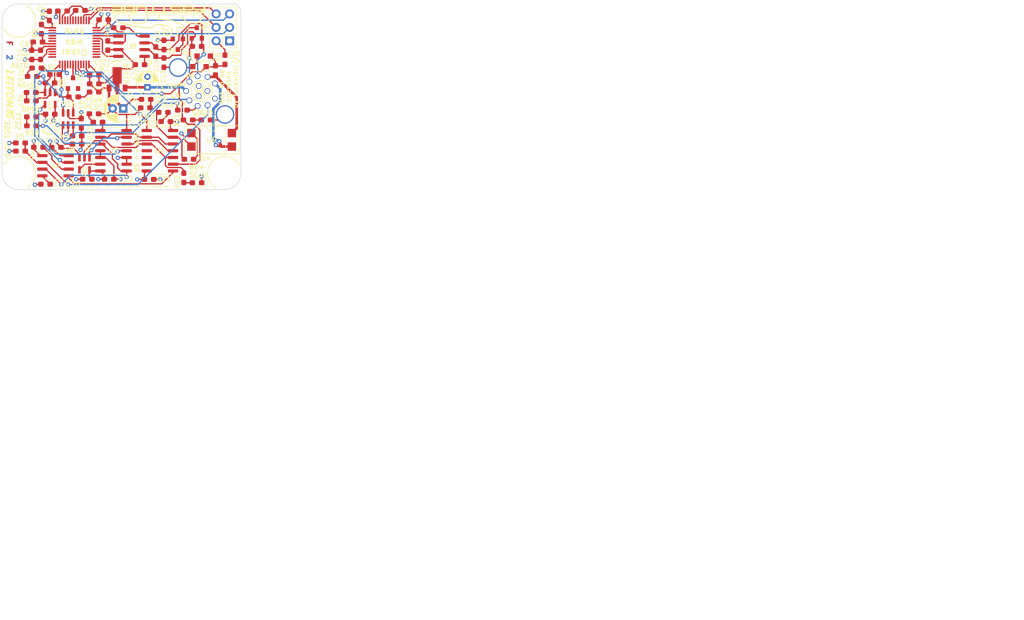
<source format=kicad_pcb>
(kicad_pcb (version 20211014) (generator pcbnew)

  (general
    (thickness 1.6)
  )

  (paper "A4")
  (layers
    (0 "F.Cu" signal)
    (1 "In1.Cu" power "3V3.Cu")
    (2 "In2.Cu" power "GND.Cu")
    (31 "B.Cu" signal)
    (33 "F.Adhes" user "F.Adhesive")
    (35 "F.Paste" user)
    (37 "F.SilkS" user "F.Silkscreen")
    (38 "B.Mask" user)
    (39 "F.Mask" user)
    (40 "Dwgs.User" user "User.Drawings")
    (41 "Cmts.User" user "User.Comments")
    (42 "Eco1.User" user "User.Eco1")
    (43 "Eco2.User" user "User.Eco2")
    (44 "Edge.Cuts" user)
    (45 "Margin" user)
    (46 "B.CrtYd" user "B.Courtyard")
    (47 "F.CrtYd" user "F.Courtyard")
    (49 "F.Fab" user)
  )

  (setup
    (pad_to_mask_clearance 0)
    (pcbplotparams
      (layerselection 0x00010e0_ffffffff)
      (disableapertmacros false)
      (usegerberextensions false)
      (usegerberattributes true)
      (usegerberadvancedattributes true)
      (creategerberjobfile true)
      (svguseinch false)
      (svgprecision 6)
      (excludeedgelayer true)
      (plotframeref false)
      (viasonmask false)
      (mode 1)
      (useauxorigin false)
      (hpglpennumber 1)
      (hpglpenspeed 20)
      (hpglpendiameter 15.000000)
      (dxfpolygonmode true)
      (dxfimperialunits true)
      (dxfusepcbnewfont true)
      (psnegative false)
      (psa4output false)
      (plotreference true)
      (plotvalue true)
      (plotinvisibletext false)
      (sketchpadsonfab false)
      (subtractmaskfromsilk false)
      (outputformat 1)
      (mirror false)
      (drillshape 0)
      (scaleselection 1)
      (outputdirectory "export/")
    )
  )

  (net 0 "")
  (net 1 "GND")
  (net 2 "+3V3")
  (net 3 "NRST")
  (net 4 "CAN_H")
  (net 5 "CAN_L")
  (net 6 "+12V")
  (net 7 "SDC_in_3V3")
  (net 8 "Net-(D2-Pad3)")
  (net 9 "TS_activate_MUXed")
  (net 10 "TRACESWO")
  (net 11 "SWDIO")
  (net 12 "SWCLK")
  (net 13 "~{SDC_reset}")
  (net 14 "TS_activate_ext")
  (net 15 "TS_activate_dash")
  (net 16 "SDC_in")
  (net 17 "SDC_out")
  (net 18 "To_SDC_relais")
  (net 19 "AS_driving_mode")
  (net 20 "AS_close_SDC")
  (net 21 "Net-(R12-Pad1)")
  (net 22 "Watchdog")
  (net 23 "SDC_is_ready")
  (net 24 "Net-(U7-Pad46)")
  (net 25 "Net-(U7-Pad45)")
  (net 26 "Net-(U7-Pad43)")
  (net 27 "Net-(U7-Pad42)")
  (net 28 "Net-(U7-Pad41)")
  (net 29 "Net-(U7-Pad40)")
  (net 30 "Net-(U7-Pad38)")
  (net 31 "CAN_TX")
  (net 32 "CAN_RX")
  (net 33 "Net-(U7-Pad31)")
  (net 34 "Net-(U7-Pad30)")
  (net 35 "Net-(U7-Pad29)")
  (net 36 "Net-(U7-Pad28)")
  (net 37 "Net-(U7-Pad27)")
  (net 38 "Net-(U7-Pad26)")
  (net 39 "Net-(U7-Pad25)")
  (net 40 "Net-(U7-Pad22)")
  (net 41 "Net-(U7-Pad21)")
  (net 42 "Net-(U7-Pad17)")
  (net 43 "Net-(U7-Pad16)")
  (net 44 "Net-(U7-Pad12)")
  (net 45 "Net-(U7-Pad11)")
  (net 46 "Net-(U7-Pad10)")
  (net 47 "Net-(U7-Pad6)")
  (net 48 "Net-(U7-Pad5)")
  (net 49 "Net-(U7-Pad4)")
  (net 50 "Net-(U7-Pad3)")
  (net 51 "Net-(U7-Pad2)")
  (net 52 "Net-(R14-Pad2)")
  (net 53 "Net-(R10-Pad1)")
  (net 54 "Net-(D5-Pad2)")
  (net 55 "Net-(D6-Pad2)")
  (net 56 "Net-(D7-Pad2)")
  (net 57 "Net-(D9-Pad2)")
  (net 58 "Net-(D10-Pad2)")
  (net 59 "Net-(D11-Pad2)")
  (net 60 "Net-(D12-Pad2)")
  (net 61 "Net-(D13-Pad2)")
  (net 62 "/Non-Programmable Logic/~{WDO}")
  (net 63 "/Non-Programmable Logic/RP")
  (net 64 "/Non-Programmable Logic/WP")
  (net 65 "/Non-Programmable Logic/correct_button_pressed")
  (net 66 "/Non-Programmable Logic/close_while_allowed")
  (net 67 "/Non-Programmable Logic/reopened")
  (net 68 "/Non-Programmable Logic/~{reset_all}")
  (net 69 "/Non-Programmable Logic/closing_allowed")
  (net 70 "/Non-Programmable Logic/~{reopen}")
  (net 71 "/Non-Programmable Logic/WD_and_SDCin_ok")
  (net 72 "/Non-Programmable Logic/~{try_close}")
  (net 73 "/Non-Programmable Logic/still_initial_open")
  (net 74 "Net-(R!1-Pad2)")
  (net 75 "Net-(D14-Pad2)")
  (net 76 "Net-(R24-Pad2)")

  (footprint "Capacitor_SMD:C_0603_1608Metric_Pad1.05x0.95mm_HandSolder" (layer "F.Cu") (at 146.199746 101.964891 180))

  (footprint "Capacitor_SMD:C_0603_1608Metric_Pad1.05x0.95mm_HandSolder" (layer "F.Cu") (at 144.874191 95.004428 180))

  (footprint "Capacitor_SMD:C_0603_1608Metric_Pad1.05x0.95mm_HandSolder" (layer "F.Cu") (at 148.24071 95.016263 180))

  (footprint "Capacitor_SMD:C_0603_1608Metric_Pad1.05x0.95mm_HandSolder" (layer "F.Cu") (at 149.4 69.311183))

  (footprint "Capacitor_SMD:C_0603_1608Metric_Pad1.05x0.95mm_HandSolder" (layer "F.Cu") (at 155.379305 81.409072 180))

  (footprint "Capacitor_SMD:C_0603_1608Metric_Pad1.05x0.95mm_HandSolder" (layer "F.Cu") (at 144.760298 75.153811 180))

  (footprint "Capacitor_SMD:C_0603_1608Metric_Pad1.05x0.95mm_HandSolder" (layer "F.Cu") (at 157.148872 70.960708))

  (footprint "Capacitor_SMD:C_0603_1608Metric_Pad1.05x0.95mm_HandSolder" (layer "F.Cu") (at 146.931538 70.237645 90))

  (footprint "Capacitor_SMD:C_0603_1608Metric_Pad1.05x0.95mm_HandSolder" (layer "F.Cu") (at 155.38854 83.044685 180))

  (footprint "Capacitor_SMD:C_0603_1608Metric_Pad1.05x0.95mm_HandSolder" (layer "F.Cu") (at 145.28 77.577346 90))

  (footprint "Capacitor_SMD:C_0603_1608Metric_Pad1.05x0.95mm_HandSolder" (layer "F.Cu") (at 143.619014 77.587796 90))

  (footprint "Capacitor_SMD:C_0603_1608Metric_Pad1.05x0.95mm_HandSolder" (layer "F.Cu") (at 168.506034 75.70992 90))

  (footprint "Capacitor_SMD:C_0603_1608Metric_Pad1.05x0.95mm_HandSolder" (layer "F.Cu") (at 168.501512 79.050756 90))

  (footprint "Capacitor_SMD:C_0603_1608Metric_Pad1.05x0.95mm_HandSolder" (layer "F.Cu") (at 166.973269 76.969802 -90))

  (footprint "Custom:SC-74A-5_1.5x2.9mm_P0.95mm" (layer "F.Cu") (at 147.066812 85.812974 -90))

  (footprint "Capacitor_SMD:C_0603_1608Metric_Pad1.05x0.95mm_HandSolder" (layer "F.Cu") (at 157.926769 75.825976 90))

  (footprint "Capacitor_THT:CP_Radial_D4.0mm_P2.00mm" (layer "F.Cu") (at 165.4 83.7 90))

  (footprint "Custom:SC-74A-5_1.5x2.9mm_P0.95mm" (layer "F.Cu") (at 153.540423 98.125585 -90))

  (footprint "Capacitor_THT:CP_Radial_D5.0mm_P2.00mm" (layer "F.Cu") (at 160.847356 87.691018 180))

  (footprint "Package_TO_SOT_SMD:SOT-23" (layer "F.Cu") (at 174.702736 73.46346 90))

  (footprint "Package_TO_SOT_SMD:SOT-23" (layer "F.Cu") (at 171.121636 75.575977 -90))

  (footprint "Diode_SMD:D_SOT-23_ANK" (layer "F.Cu") (at 151.384591 82.925165 90))

  (footprint "Connector_PinHeader_2.54mm:PinHeader_2x03_P2.54mm_Vertical" (layer "F.Cu") (at 180.879705 74.944286 180))

  (footprint "Resistor_SMD:R_0603_1608Metric_Pad1.05x0.95mm_HandSolder" (layer "F.Cu") (at 152.14189 94.412034))

  (footprint "Resistor_SMD:R_0603_1608Metric_Pad1.05x0.95mm_HandSolder" (layer "F.Cu") (at 147.904196 81.281667))

  (footprint "Resistor_SMD:R_0603_1608Metric_Pad1.05x0.95mm_HandSolder" (layer "F.Cu") (at 152.150267 92.867394))

  (footprint "Resistor_SMD:R_0603_1608Metric_Pad1.05x0.95mm_HandSolder" (layer "F.Cu") (at 141.5 95.732854))

  (footprint "Resistor_SMD:R_0603_1608Metric_Pad1.05x0.95mm_HandSolder" (layer "F.Cu") (at 141.490343 94.192236 180))

  (footprint "Resistor_SMD:R_0603_1608Metric_Pad1.05x0.95mm_HandSolder" (layer "F.Cu") (at 178.214246 80.51184 90))

  (footprint "Resistor_SMD:R_0603_1608Metric_Pad1.05x0.95mm_HandSolder" (layer "F.Cu") (at 147.046173 82.863493))

  (footprint "Resistor_SMD:R_0603_1608Metric_Pad1.05x0.95mm_HandSolder" (layer "F.Cu") (at 145.42838 72.732312 -90))

  (footprint "Resistor_SMD:R_0603_1608Metric_Pad1.05x0.95mm_HandSolder" (layer "F.Cu") (at 152.762394 69.2))

  (footprint "Resistor_SMD:R_0603_1608Metric_Pad1.05x0.95mm_HandSolder" (layer "F.Cu") (at 174.732184 75.981254 180))

  (footprint "Resistor_SMD:R_0603_1608Metric_Pad1.05x0.95mm_HandSolder" (layer "F.Cu") (at 159.920051 72.471581 180))

  (footprint "Custom:SC-74-6_1.5x2.9mm_P0.95mm" (layer "F.Cu") (at 150.468436 89.663424 90))

  (footprint "Package_SO:SOIC-8_3.9x4.9mm_P1.27mm" (layer "F.Cu") (at 148.080503 98.487923))

  (footprint "Package_SO:SOIC-14_3.9x8.7mm_P1.27mm" (layer "F.Cu") (at 167.747053 95.656845 180))

  (footprint "Package_SO:SOIC-14_3.9x8.7mm_P1.27mm" (layer "F.Cu") (at 159.003816 95.660767 180))

  (footprint "Package_QFP:LQFP-48_7x7mm_P0.5mm" (layer "F.Cu") (at 151.63 75.23))

  (footprint "Package_SO:SOIC-8_3.9x4.9mm_P1.27mm" (layer "F.Cu") (at 162.388506 75.955834))

  (footprint "Package_TO_SOT_SMD:SOT-89-3" (layer "F.Cu") (at 159.683151 82.185444 90))

  (footprint "Resistor_SMD:R_0603_1608Metric_Pad1.05x0.95mm_HandSolder" (layer "F.Cu") (at 173.225621 97.263676))

  (footprint "Package_DIP:DIP-4_W7.62mm_SMDSocket_SmallPads" (layer "F.Cu") (at 177.5 93.6))

  (footprint "Capacitor_SMD:C_0603_1608Metric_Pad1.05x0.95mm_HandSolder" (layer "F.Cu") (at 152.944604 90.476914 90))

  (footprint "Capacitor_SMD:C_0603_1608Metric_Pad1.05x0.95mm_HandSolder" (layer "F.Cu") (at 147.069877 88.760805))

  (footprint "Capacitor_SMD:C_0603_1608Metric_Pad1.05x0.95mm_HandSolder" (layer "F.Cu") (at 154.056728 101.026125))

  (footprint "Capacitor_SMD:C_0603_1608Metric_Pad1.05x0.95mm_HandSolder" (layer "F.Cu") (at 165.713518 101.061766 180))

  (footprint "Capacitor_SMD:C_0603_1608Metric_Pad1.05x0.95mm_HandSolder" (layer "F.Cu") (at 158.204778 101.027862 180))

  (footprint "Custom:FTLogo_small" (layer 
... [439501 chars truncated]
</source>
